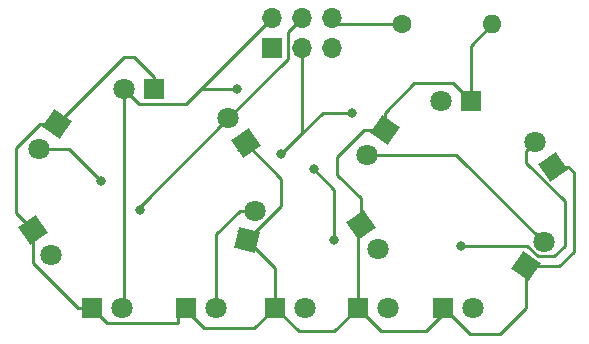
<source format=gbr>
%TF.GenerationSoftware,KiCad,Pcbnew,7.0.9*%
%TF.CreationDate,2024-02-16T19:17:06-08:00*%
%TF.ProjectId,DC32_Cassette_SAO,44433332-5f43-4617-9373-657474655f53,rev?*%
%TF.SameCoordinates,Original*%
%TF.FileFunction,Copper,L2,Bot*%
%TF.FilePolarity,Positive*%
%FSLAX46Y46*%
G04 Gerber Fmt 4.6, Leading zero omitted, Abs format (unit mm)*
G04 Created by KiCad (PCBNEW 7.0.9) date 2024-02-16 19:17:06*
%MOMM*%
%LPD*%
G01*
G04 APERTURE LIST*
G04 Aperture macros list*
%AMRotRect*
0 Rectangle, with rotation*
0 The origin of the aperture is its center*
0 $1 length*
0 $2 width*
0 $3 Rotation angle, in degrees counterclockwise*
0 Add horizontal line*
21,1,$1,$2,0,0,$3*%
G04 Aperture macros list end*
%TA.AperFunction,ComponentPad*%
%ADD10R,1.800000X1.800000*%
%TD*%
%TA.AperFunction,ComponentPad*%
%ADD11C,1.800000*%
%TD*%
%TA.AperFunction,ComponentPad*%
%ADD12RotRect,1.800000X1.800000X125.000000*%
%TD*%
%TA.AperFunction,ComponentPad*%
%ADD13RotRect,1.800000X1.800000X305.000000*%
%TD*%
%TA.AperFunction,ComponentPad*%
%ADD14RotRect,1.800000X1.800000X235.000000*%
%TD*%
%TA.AperFunction,ComponentPad*%
%ADD15RotRect,1.800000X1.800000X55.000000*%
%TD*%
%TA.AperFunction,ComponentPad*%
%ADD16RotRect,1.800000X1.800000X75.000000*%
%TD*%
%TA.AperFunction,ComponentPad*%
%ADD17C,1.600000*%
%TD*%
%TA.AperFunction,ComponentPad*%
%ADD18O,1.600000X1.600000*%
%TD*%
%TA.AperFunction,ComponentPad*%
%ADD19R,1.700000X1.700000*%
%TD*%
%TA.AperFunction,ComponentPad*%
%ADD20O,1.700000X1.700000*%
%TD*%
%TA.AperFunction,ViaPad*%
%ADD21C,0.800000*%
%TD*%
%TA.AperFunction,Conductor*%
%ADD22C,0.250000*%
%TD*%
G04 APERTURE END LIST*
D10*
%TO.P,D3,1,K*%
%TO.N,GND*%
X138000000Y-89500000D03*
D11*
%TO.P,D3,2,A*%
%TO.N,Net-(D12-A)*%
X135460000Y-89500000D03*
%TD*%
D12*
%TO.P,D12,1,K*%
%TO.N,GND*%
X171731310Y-96044419D03*
D11*
%TO.P,D12,2,A*%
%TO.N,Net-(D12-A)*%
X170274426Y-93963773D03*
%TD*%
D10*
%TO.P,D8,1,K*%
%TO.N,GND*%
X148225000Y-108000000D03*
D11*
%TO.P,D8,2,A*%
%TO.N,Net-(D11-A)*%
X150765000Y-108000000D03*
%TD*%
%TO.P,D5,2,A*%
%TO.N,Net-(D11-A)*%
X129225574Y-103536227D03*
D13*
%TO.P,D5,1,K*%
%TO.N,GND*%
X127768690Y-101455581D03*
%TD*%
D14*
%TO.P,D14,1,K*%
%TO.N,GND*%
X157500000Y-92955581D03*
D11*
%TO.P,D14,2,A*%
%TO.N,Net-(D11-A)*%
X156043116Y-95036227D03*
%TD*%
D10*
%TO.P,D6,1,K*%
%TO.N,GND*%
X132725000Y-108000000D03*
D11*
%TO.P,D6,2,A*%
%TO.N,Net-(D12-A)*%
X135265000Y-108000000D03*
%TD*%
D14*
%TO.P,D4,1,K*%
%TO.N,GND*%
X129731310Y-92455581D03*
D11*
%TO.P,D4,2,A*%
%TO.N,Net-(D1-A)*%
X128274426Y-94536227D03*
%TD*%
D15*
%TO.P,D11,1,K*%
%TO.N,GND*%
X169500000Y-104500000D03*
D11*
%TO.P,D11,2,A*%
%TO.N,Net-(D11-A)*%
X170956884Y-102419354D03*
%TD*%
D10*
%TO.P,D9,1,K*%
%TO.N,GND*%
X155225000Y-108000000D03*
D11*
%TO.P,D9,2,A*%
%TO.N,Net-(D12-A)*%
X157765000Y-108000000D03*
%TD*%
D10*
%TO.P,D13,1,K*%
%TO.N,GND*%
X164775000Y-90500000D03*
D11*
%TO.P,D13,2,A*%
%TO.N,Net-(D1-A)*%
X162235000Y-90500000D03*
%TD*%
D10*
%TO.P,D7,1,K*%
%TO.N,GND*%
X140725000Y-108000000D03*
D11*
%TO.P,D7,2,A*%
%TO.N,Net-(D1-A)*%
X143265000Y-108000000D03*
%TD*%
%TO.P,D2,2,A*%
%TO.N,Net-(D11-A)*%
X144274426Y-91963773D03*
D12*
%TO.P,D2,1,K*%
%TO.N,GND*%
X145731310Y-94044419D03*
%TD*%
D16*
%TO.P,D1,1,K*%
%TO.N,GND*%
X145862500Y-102231555D03*
D11*
%TO.P,D1,2,A*%
%TO.N,Net-(D1-A)*%
X146519900Y-99778103D03*
%TD*%
D13*
%TO.P,D15,1,K*%
%TO.N,GND*%
X155500000Y-100955581D03*
D11*
%TO.P,D15,2,A*%
%TO.N,Net-(D12-A)*%
X156956884Y-103036227D03*
%TD*%
D10*
%TO.P,D10,1,K*%
%TO.N,GND*%
X162460000Y-108000000D03*
D11*
%TO.P,D10,2,A*%
%TO.N,Net-(D1-A)*%
X165000000Y-108000000D03*
%TD*%
D17*
%TO.P,R1,1*%
%TO.N,Net-(J1-Pin_6)*%
X159000000Y-84000000D03*
D18*
%TO.P,R1,2*%
%TO.N,GND*%
X166620000Y-84000000D03*
%TD*%
D19*
%TO.P,J1,1,Pin_1*%
%TO.N,unconnected-(J1-Pin_1-Pad1)*%
X147975000Y-86000000D03*
D20*
%TO.P,J1,2,Pin_2*%
%TO.N,Net-(D12-A)*%
X147975000Y-83460000D03*
%TO.P,J1,3,Pin_3*%
%TO.N,Net-(D1-A)*%
X150515000Y-86000000D03*
%TO.P,J1,4,Pin_4*%
%TO.N,Net-(D11-A)*%
X150515000Y-83460000D03*
%TO.P,J1,5,Pin_5*%
%TO.N,unconnected-(J1-Pin_5-Pad5)*%
X153055000Y-86000000D03*
%TO.P,J1,6,Pin_6*%
%TO.N,Net-(J1-Pin_6)*%
X153055000Y-83460000D03*
%TD*%
D21*
%TO.N,Net-(D12-A)*%
X145000000Y-89500000D03*
X151500000Y-96250000D03*
X153250000Y-102250000D03*
X164000000Y-102750000D03*
%TO.N,Net-(D1-A)*%
X154750000Y-91500000D03*
X148750000Y-95000000D03*
X133500000Y-97250000D03*
%TO.N,Net-(D11-A)*%
X136750000Y-99750000D03*
%TD*%
D22*
%TO.N,Net-(D12-A)*%
X141935000Y-89500000D02*
X140710000Y-90725000D01*
X145000000Y-89500000D02*
X141935000Y-89500000D01*
X153250000Y-102250000D02*
X153250000Y-98000000D01*
X153250000Y-98000000D02*
X151500000Y-96250000D01*
%TO.N,Net-(D11-A)*%
X163573757Y-95036227D02*
X156043116Y-95036227D01*
X170956884Y-102419354D02*
X163573757Y-95036227D01*
%TO.N,Net-(D12-A)*%
X169500000Y-94738199D02*
X170274426Y-93963773D01*
X169500000Y-95747203D02*
X169500000Y-94738199D01*
X172750000Y-98997203D02*
X169500000Y-95747203D01*
X172750000Y-102750000D02*
X172750000Y-98997203D01*
X171855646Y-103644354D02*
X172750000Y-102750000D01*
X170449472Y-103644354D02*
X171855646Y-103644354D01*
X164000000Y-102750000D02*
X169555118Y-102750000D01*
X169555118Y-102750000D02*
X170449472Y-103644354D01*
%TO.N,Net-(D1-A)*%
X152250000Y-91500000D02*
X150515000Y-93235000D01*
X154750000Y-91500000D02*
X152250000Y-91500000D01*
X145247108Y-99778103D02*
X146519900Y-99778103D01*
X143265000Y-108000000D02*
X143265000Y-101760211D01*
X143265000Y-101760211D02*
X145247108Y-99778103D01*
X150515000Y-93235000D02*
X148750000Y-95000000D01*
X150515000Y-86000000D02*
X150515000Y-93235000D01*
X130786227Y-94536227D02*
X133500000Y-97250000D01*
X128274426Y-94536227D02*
X130786227Y-94536227D01*
%TO.N,Net-(D11-A)*%
X136750000Y-99488199D02*
X136750000Y-99750000D01*
X144274426Y-91963773D02*
X136750000Y-99488199D01*
X149340000Y-86898199D02*
X144274426Y-91963773D01*
X150515000Y-83460000D02*
X149340000Y-84635000D01*
X149340000Y-84635000D02*
X149340000Y-86898199D01*
%TO.N,Net-(D12-A)*%
X135460000Y-107805000D02*
X135265000Y-108000000D01*
X135460000Y-89500000D02*
X135460000Y-107805000D01*
X140710000Y-90725000D02*
X147975000Y-83460000D01*
X135460000Y-89500000D02*
X136685000Y-90725000D01*
X136685000Y-90725000D02*
X140710000Y-90725000D01*
%TO.N,GND*%
X163275000Y-89000000D02*
X164775000Y-90500000D01*
X157500000Y-91500000D02*
X160000000Y-89000000D01*
X157500000Y-92955581D02*
X157500000Y-91500000D01*
X160000000Y-89000000D02*
X163275000Y-89000000D01*
X153500000Y-95250000D02*
X155794419Y-92955581D01*
X153500000Y-96750000D02*
X153500000Y-95250000D01*
X155500000Y-98750000D02*
X153500000Y-96750000D01*
X155794419Y-92955581D02*
X157500000Y-92955581D01*
X155500000Y-100955581D02*
X155500000Y-98750000D01*
X155225000Y-101230581D02*
X155500000Y-100955581D01*
X155225000Y-108000000D02*
X155225000Y-101230581D01*
X148225000Y-104594055D02*
X145862500Y-102231555D01*
X148225000Y-108000000D02*
X148225000Y-104594055D01*
X148750000Y-97063109D02*
X145731310Y-94044419D01*
X148750000Y-99344055D02*
X148750000Y-97063109D01*
X145862500Y-102231555D02*
X148750000Y-99344055D01*
X135436891Y-86750000D02*
X129731310Y-92455581D01*
X138000000Y-88500000D02*
X136250000Y-86750000D01*
X136250000Y-86750000D02*
X135436891Y-86750000D01*
X138000000Y-89500000D02*
X138000000Y-88500000D01*
X126250000Y-99936891D02*
X127768690Y-101455581D01*
X126250000Y-94500000D02*
X126250000Y-99936891D01*
X128294419Y-92455581D02*
X126250000Y-94500000D01*
X129731310Y-92455581D02*
X128294419Y-92455581D01*
X131575000Y-108000000D02*
X132725000Y-108000000D01*
X127768690Y-104193690D02*
X131575000Y-108000000D01*
X127768690Y-101455581D02*
X127768690Y-104193690D01*
%TO.N,Net-(J1-Pin_6)*%
X153595000Y-84000000D02*
X153055000Y-83460000D01*
X159000000Y-84000000D02*
X153595000Y-84000000D01*
%TO.N,GND*%
X164775000Y-90500000D02*
X164775000Y-85845000D01*
X164775000Y-85845000D02*
X166620000Y-84000000D01*
X173044419Y-96044419D02*
X171731310Y-96044419D01*
X173500000Y-96500000D02*
X173044419Y-96044419D01*
X173500000Y-103250000D02*
X173500000Y-96500000D01*
X172250000Y-104500000D02*
X173500000Y-103250000D01*
X169500000Y-104500000D02*
X172250000Y-104500000D01*
X169500000Y-108000000D02*
X169500000Y-104500000D01*
X167250000Y-110250000D02*
X169500000Y-108000000D01*
X164750000Y-110250000D02*
X167250000Y-110250000D01*
X162500000Y-108000000D02*
X164750000Y-110250000D01*
X162460000Y-108000000D02*
X162500000Y-108000000D01*
X162460000Y-108540000D02*
X162460000Y-108000000D01*
X161000000Y-110000000D02*
X162460000Y-108540000D01*
X157225000Y-110000000D02*
X161000000Y-110000000D01*
X155225000Y-108000000D02*
X157225000Y-110000000D01*
X153225000Y-110000000D02*
X155225000Y-108000000D01*
X148250000Y-108000000D02*
X150250000Y-110000000D01*
X148225000Y-108000000D02*
X148250000Y-108000000D01*
X150250000Y-110000000D02*
X153225000Y-110000000D01*
X146475000Y-109750000D02*
X148225000Y-108000000D01*
X142250000Y-109750000D02*
X146475000Y-109750000D01*
X140725000Y-108225000D02*
X142250000Y-109750000D01*
X140725000Y-108000000D02*
X140725000Y-108225000D01*
X140000000Y-108725000D02*
X140725000Y-108000000D01*
X133975000Y-109250000D02*
X140000000Y-109250000D01*
X132725000Y-108000000D02*
X133975000Y-109250000D01*
X140000000Y-109250000D02*
X140000000Y-108725000D01*
X145127653Y-94648076D02*
X145731310Y-94044419D01*
X145862500Y-102231555D02*
X145127653Y-101496708D01*
X155500000Y-107725000D02*
X155225000Y-108000000D01*
%TO.N,Net-(J1-Pin_6)*%
X158460000Y-83460000D02*
X159000000Y-84000000D01*
%TD*%
M02*

</source>
